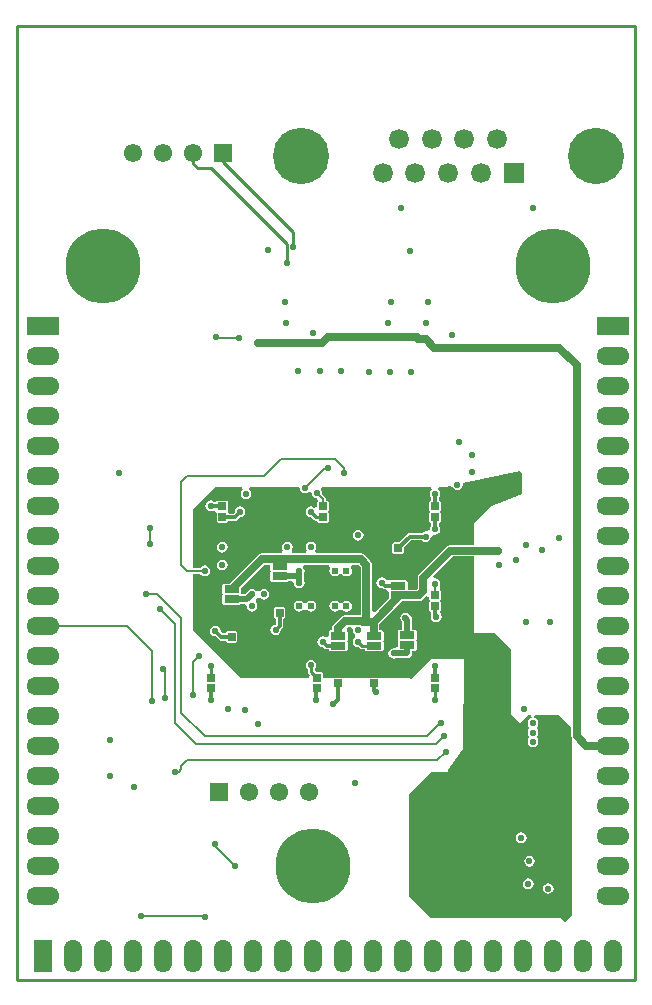
<source format=gbl>
G04 Layer_Physical_Order=4*
G04 Layer_Color=16711680*
%FSLAX25Y25*%
%MOIN*%
G70*
G01*
G75*
%ADD19R,0.02520X0.02520*%
%ADD21R,0.05000X0.02500*%
%ADD26C,0.02000*%
%ADD27C,0.02500*%
%ADD28C,0.00600*%
%ADD29C,0.00800*%
%ADD30C,0.01000*%
%ADD31C,0.01200*%
%ADD33R,0.06102X0.06102*%
%ADD34C,0.06102*%
%ADD35C,0.18740*%
%ADD36C,0.06653*%
%ADD37R,0.06653X0.06653*%
%ADD38C,0.25000*%
%ADD39O,0.11000X0.06000*%
%ADD40R,0.11000X0.06000*%
%ADD41O,0.06000X0.11000*%
%ADD42R,0.06000X0.11000*%
%ADD43C,0.02300*%
%ADD44C,0.02400*%
G36*
X446457Y266922D02*
Y259842D01*
X430315Y253543D01*
Y242831D01*
X422441D01*
X421719Y242688D01*
X421107Y242279D01*
X412052Y233224D01*
X411643Y232612D01*
X411500Y231890D01*
Y228340D01*
X411081Y227922D01*
X408252D01*
X408181Y228029D01*
Y230529D01*
X407991Y230988D01*
X407531Y231178D01*
X402531D01*
X402261Y231066D01*
X401871Y231040D01*
X401094Y231239D01*
X400868Y231577D01*
X400289Y231963D01*
X399606Y232099D01*
X398923Y231963D01*
X398345Y231577D01*
X397958Y230998D01*
X397822Y230315D01*
X397958Y229632D01*
X398345Y229053D01*
X398923Y228666D01*
X399606Y228531D01*
X399651Y228540D01*
X399777Y228414D01*
X400174Y228148D01*
X400642Y228055D01*
X401128D01*
X401882Y227285D01*
Y225022D01*
X397298Y220438D01*
X396374Y220821D01*
Y236221D01*
X396231Y236942D01*
X395822Y237554D01*
X393853Y239523D01*
X393242Y239932D01*
X392520Y240075D01*
X377830D01*
X377641Y240331D01*
X377387Y241075D01*
X377633Y241443D01*
X377768Y242126D01*
X377633Y242809D01*
X377246Y243388D01*
X376667Y243774D01*
X375984Y243910D01*
X375301Y243774D01*
X374723Y243388D01*
X374336Y242809D01*
X374200Y242126D01*
X374336Y241443D01*
X374582Y241075D01*
X374328Y240331D01*
X374139Y240075D01*
X369956D01*
X369767Y240331D01*
X369513Y241075D01*
X369759Y241443D01*
X369895Y242126D01*
X369759Y242809D01*
X369372Y243388D01*
X368793Y243774D01*
X368110Y243910D01*
X367427Y243774D01*
X366849Y243388D01*
X366462Y242809D01*
X366326Y242126D01*
X366462Y241443D01*
X366708Y241075D01*
X366454Y240331D01*
X366265Y240075D01*
X359697D01*
X358975Y239932D01*
X358364Y239523D01*
X348763Y229923D01*
X347031D01*
X346572Y229732D01*
X346382Y229273D01*
Y226773D01*
X346536Y226402D01*
X346382Y226030D01*
Y223530D01*
X346572Y223071D01*
X347031Y222881D01*
X352031D01*
X352491Y223071D01*
X352523Y223149D01*
X353636D01*
X354515Y222441D01*
X354651Y221758D01*
X355037Y221179D01*
X355616Y220793D01*
X356299Y220657D01*
X356982Y220793D01*
X357561Y221179D01*
X357948Y221758D01*
X358084Y222441D01*
X357948Y223124D01*
X357561Y223703D01*
X357532Y224711D01*
X357928Y225108D01*
X358975Y225116D01*
X359553Y224729D01*
X360236Y224594D01*
X360919Y224729D01*
X361498Y225116D01*
X361885Y225695D01*
X362020Y226378D01*
X361885Y227061D01*
X361498Y227640D01*
X360919Y228026D01*
X360236Y228162D01*
X359553Y228026D01*
X358975Y227640D01*
X358823Y227413D01*
X358813Y227409D01*
X357723D01*
X357712Y227413D01*
X357561Y227640D01*
X356982Y228026D01*
X356299Y228162D01*
X355616Y228026D01*
X355037Y227640D01*
X354651Y227061D01*
X354645Y227031D01*
X354026Y226411D01*
X352923D01*
X352681Y226773D01*
Y228505D01*
X360478Y236303D01*
X362382D01*
Y234529D01*
X362536Y234157D01*
X362382Y233785D01*
Y231285D01*
X362572Y230826D01*
X363032Y230636D01*
X368032D01*
X368491Y230826D01*
X368523Y230904D01*
X369779D01*
X370263Y230315D01*
X370399Y229632D01*
X370786Y229053D01*
X371364Y228666D01*
X372047Y228531D01*
X372730Y228666D01*
X373309Y229053D01*
X373696Y229632D01*
X373832Y230315D01*
X373696Y230998D01*
X373679Y231023D01*
Y233544D01*
X373696Y233569D01*
X373832Y234252D01*
X373696Y234935D01*
X373450Y235303D01*
X373704Y236047D01*
X373893Y236303D01*
X381953D01*
X382086Y236138D01*
X382396Y235303D01*
X382163Y234954D01*
X382023Y234252D01*
X382163Y233550D01*
X382560Y232954D01*
X383156Y232556D01*
X383858Y232417D01*
X384561Y232556D01*
X385156Y232954D01*
X385249Y233093D01*
X386405D01*
X386498Y232954D01*
X387093Y232556D01*
X387795Y232417D01*
X388498Y232556D01*
X389093Y232954D01*
X389491Y233550D01*
X389631Y234252D01*
X389491Y234954D01*
X389258Y235303D01*
X389568Y236138D01*
X389701Y236303D01*
X391738D01*
X392602Y235439D01*
Y219453D01*
X387252D01*
X386530Y219310D01*
X385918Y218901D01*
X383706Y216688D01*
X383297Y216076D01*
X383153Y215354D01*
Y214423D01*
X382531D01*
X382072Y214232D01*
X381882Y213773D01*
Y212536D01*
X381828Y212486D01*
X380882Y212093D01*
X380604Y212278D01*
X379921Y212414D01*
X379238Y212278D01*
X378660Y211892D01*
X378273Y211313D01*
X378137Y210630D01*
X378273Y209947D01*
X378660Y209368D01*
X379238Y208981D01*
X379921Y208846D01*
X379966Y208855D01*
X380406Y208415D01*
X380803Y208150D01*
X381271Y208056D01*
X381882D01*
Y208030D01*
X382072Y207571D01*
X382531Y207381D01*
X387531D01*
X387991Y207571D01*
X388181Y208030D01*
Y210530D01*
X388027Y210902D01*
X388181Y211273D01*
Y213773D01*
X387991Y214232D01*
X387854Y214755D01*
X388376Y215403D01*
X389475Y215379D01*
X389971Y214681D01*
X389948Y214567D01*
X390084Y213884D01*
X390471Y213305D01*
X390697Y213154D01*
X390701Y213143D01*
Y212054D01*
X390697Y212043D01*
X390471Y211892D01*
X390084Y211313D01*
X389948Y210630D01*
X390084Y209947D01*
X390471Y209368D01*
X391050Y208981D01*
X391732Y208846D01*
X391898Y208878D01*
X392289Y208487D01*
X392289Y208487D01*
X392653Y208244D01*
X393082Y208158D01*
X393882Y208030D01*
X394072Y207571D01*
X394531Y207381D01*
X399532D01*
X399991Y207571D01*
X400181Y208030D01*
Y210530D01*
X400027Y210902D01*
X400181Y211273D01*
Y213773D01*
X399991Y214232D01*
X399532Y214423D01*
X398737D01*
Y216542D01*
X406331Y224136D01*
X407531D01*
X407563Y224149D01*
X411862D01*
X412584Y224293D01*
X413196Y224702D01*
X414414Y225919D01*
X415414Y225505D01*
Y224961D01*
X415604Y224501D01*
X415604Y224318D01*
X415414Y223858D01*
Y221339D01*
X415604Y220879D01*
X416063Y220689D01*
X416099D01*
Y219627D01*
X416068Y219581D01*
X415932Y218898D01*
X416068Y218215D01*
X416455Y217636D01*
X417034Y217249D01*
X417717Y217113D01*
X418399Y217249D01*
X418978Y217636D01*
X419365Y218215D01*
X419501Y218898D01*
X419365Y219581D01*
X419182Y219855D01*
X419042Y220879D01*
X419232Y221339D01*
Y223858D01*
X419042Y224318D01*
X419042Y224501D01*
X419232Y224961D01*
Y227480D01*
X419042Y227940D01*
X418848Y229054D01*
X418971Y229239D01*
X419107Y229921D01*
X418971Y230604D01*
X418584Y231183D01*
X418006Y231570D01*
X417323Y231705D01*
X417274Y231696D01*
X416781Y232617D01*
X423222Y239059D01*
X430315D01*
Y214567D01*
X430224Y213386D01*
X437402D01*
X442520Y208268D01*
Y187795D01*
Y186614D01*
X445669Y183465D01*
X448425Y186221D01*
X449297D01*
X449533Y185221D01*
X449388Y185148D01*
X449317Y185113D01*
X449279Y185088D01*
X448738Y184726D01*
X448351Y184147D01*
X448216Y183465D01*
X448351Y182782D01*
X448472Y182601D01*
X448657Y181890D01*
X448472Y181178D01*
X448351Y180998D01*
X448216Y180315D01*
X448351Y179632D01*
X448472Y179452D01*
X448657Y178740D01*
X448472Y178029D01*
X448351Y177848D01*
X448216Y177165D01*
X448351Y176482D01*
X448738Y175904D01*
X449317Y175517D01*
X450000Y175381D01*
X450683Y175517D01*
X451262Y175904D01*
X451649Y176482D01*
X451784Y177165D01*
X451649Y177848D01*
X451528Y178029D01*
X451343Y178740D01*
X451528Y179452D01*
X451649Y179632D01*
X451784Y180315D01*
X451649Y180998D01*
X451528Y181178D01*
X451343Y181890D01*
X451528Y182601D01*
X451649Y182782D01*
X451784Y183465D01*
X451649Y184147D01*
X451262Y184726D01*
X450772Y185053D01*
X450683Y185113D01*
X450620Y185144D01*
X450467Y185221D01*
X450703Y186221D01*
X458661D01*
X462681Y182201D01*
Y179134D01*
X462824Y178412D01*
X462992Y178161D01*
Y136614D01*
Y119685D01*
X460630Y117323D01*
X459449Y118504D01*
X416142D01*
X411417Y123228D01*
X408661Y125984D01*
Y158268D01*
Y159843D01*
X414961Y166142D01*
X416142Y167323D01*
X421654D01*
Y167717D01*
X426772Y174803D01*
X427077Y204724D01*
X416142D01*
X409449Y198031D01*
X409055Y198425D01*
X398758D01*
X398751Y198443D01*
X398291Y198634D01*
X395772D01*
X395312Y198443D01*
X395305Y198425D01*
X386758D01*
X386751Y198443D01*
X386291Y198634D01*
X383772D01*
X383312Y198443D01*
X383305Y198425D01*
X379862D01*
Y199921D01*
X379672Y200380D01*
X379213Y200571D01*
X377630D01*
X377246Y201494D01*
X377633Y202073D01*
X377768Y202756D01*
X377633Y203439D01*
X377246Y204018D01*
X376667Y204404D01*
X375984Y204540D01*
X375301Y204404D01*
X374723Y204018D01*
X374336Y203439D01*
X374200Y202756D01*
X374336Y202073D01*
X374723Y201494D01*
X374863Y201401D01*
Y200630D01*
X374863Y200630D01*
X374948Y200201D01*
X375191Y199837D01*
X375603Y199425D01*
X375189Y198425D01*
X352756D01*
X338583Y212598D01*
X336614Y214567D01*
Y233334D01*
X339060D01*
X339289Y232990D01*
X339868Y232604D01*
X340551Y232468D01*
X341234Y232604D01*
X341813Y232990D01*
X342200Y233569D01*
X342336Y234252D01*
X342200Y234935D01*
X341813Y235514D01*
X341234Y235900D01*
X340551Y236036D01*
X339868Y235900D01*
X339289Y235514D01*
X339060Y235170D01*
X336614D01*
Y250000D01*
Y254724D01*
X342520Y260630D01*
X344094Y262205D01*
X352916D01*
X353220Y261205D01*
X353069Y261104D01*
X352682Y260525D01*
X352546Y259842D01*
X352682Y259160D01*
X353069Y258581D01*
X353648Y258194D01*
X354331Y258058D01*
X355013Y258194D01*
X355592Y258581D01*
X355979Y259160D01*
X356115Y259842D01*
X355979Y260525D01*
X355592Y261104D01*
X355442Y261205D01*
X355745Y262205D01*
X371908D01*
X372232Y261811D01*
X372367Y261128D01*
X372754Y260549D01*
X373333Y260163D01*
X374016Y260027D01*
X374699Y260163D01*
X375201Y260498D01*
X375719Y260358D01*
X376192Y260118D01*
X376304Y259553D01*
X376691Y258975D01*
X377270Y258588D01*
X377953Y258452D01*
X378203Y257496D01*
X378202Y257467D01*
X378012Y257008D01*
Y255798D01*
X377816Y255644D01*
X377012Y255355D01*
X376667Y255586D01*
X375984Y255721D01*
X375301Y255586D01*
X374723Y255199D01*
X374336Y254620D01*
X374200Y253937D01*
X374336Y253254D01*
X374723Y252675D01*
X375301Y252289D01*
X375984Y252153D01*
X376150Y252186D01*
X377002Y251333D01*
X377002Y251333D01*
X377366Y251090D01*
X377795Y251004D01*
X378012Y250866D01*
X378202Y250407D01*
X378661Y250217D01*
X381181D01*
X381640Y250407D01*
X381831Y250866D01*
Y253386D01*
X381667Y253937D01*
X381831Y254488D01*
Y257008D01*
X381640Y257467D01*
X381181Y257657D01*
X380941D01*
Y258268D01*
X380863Y258658D01*
X380642Y258989D01*
X379680Y259951D01*
X379737Y260236D01*
X379601Y260919D01*
X379410Y261205D01*
X379792Y262137D01*
X379853Y262205D01*
X415908D01*
X416212Y261205D01*
X416061Y261104D01*
X415674Y260525D01*
X415539Y259842D01*
X415674Y259160D01*
X416021Y258640D01*
X416036Y258292D01*
X415979Y257623D01*
X415604Y257467D01*
X415414Y257008D01*
Y254488D01*
X415604Y254029D01*
X415604Y253845D01*
X415414Y253386D01*
Y250866D01*
X415604Y250407D01*
X415979Y250252D01*
X416036Y249582D01*
X416021Y249234D01*
X415674Y248714D01*
X415539Y248031D01*
X415332Y247816D01*
X414653Y247358D01*
X414173Y247454D01*
X413490Y247318D01*
X412912Y246931D01*
X412886Y246893D01*
X408854D01*
X408386Y246800D01*
X407989Y246534D01*
X405210Y243756D01*
X403772D01*
X403312Y243566D01*
X403122Y243106D01*
Y240587D01*
X403312Y240127D01*
X403772Y239937D01*
X406291D01*
X406751Y240127D01*
X406941Y240587D01*
Y242025D01*
X409361Y244446D01*
X412886D01*
X412912Y244408D01*
X413490Y244021D01*
X414173Y243885D01*
X414856Y244021D01*
X415435Y244408D01*
X415822Y244987D01*
X415957Y245669D01*
X416164Y245885D01*
X416843Y246343D01*
X417323Y246247D01*
X418006Y246383D01*
X418584Y246770D01*
X418971Y247349D01*
X419107Y248031D01*
X418971Y248714D01*
X418624Y249234D01*
X418610Y249582D01*
X418667Y250252D01*
X419042Y250407D01*
X419232Y250866D01*
Y253386D01*
X419042Y253845D01*
X419042Y254029D01*
X419232Y254488D01*
Y257008D01*
X419042Y257467D01*
X418667Y257623D01*
X418610Y258292D01*
X418624Y258640D01*
X418971Y259160D01*
X419107Y259842D01*
X418971Y260525D01*
X418584Y261104D01*
X418434Y261205D01*
X418737Y262205D01*
X420472D01*
X422622Y262661D01*
X423155Y262309D01*
X423541Y261731D01*
X424120Y261344D01*
X424803Y261208D01*
X425486Y261344D01*
X426065Y261731D01*
X426452Y262309D01*
X426587Y262992D01*
X426490Y263481D01*
X445680Y267552D01*
X446457Y266922D01*
D02*
G37*
%LPC*%
G36*
X446063Y147060D02*
X445380Y146924D01*
X444801Y146537D01*
X444415Y145958D01*
X444279Y145276D01*
X444415Y144593D01*
X444801Y144014D01*
X445380Y143627D01*
X446063Y143491D01*
X446746Y143627D01*
X447325Y144014D01*
X447711Y144593D01*
X447847Y145276D01*
X447711Y145958D01*
X447325Y146537D01*
X446746Y146924D01*
X446063Y147060D01*
D02*
G37*
G36*
X407480Y220288D02*
X406798Y220152D01*
X406219Y219766D01*
X405832Y219187D01*
X405696Y218504D01*
X405832Y217821D01*
X406219Y217242D01*
X406400Y217121D01*
Y214678D01*
X405532D01*
X405072Y214488D01*
X404882Y214029D01*
Y211529D01*
X405036Y211157D01*
X404882Y210785D01*
Y209044D01*
X404819Y208976D01*
X403882Y208410D01*
X403543Y208477D01*
X402860Y208341D01*
X402282Y207955D01*
X401895Y207376D01*
X401759Y206693D01*
X401895Y206010D01*
X402282Y205431D01*
X402860Y205045D01*
X403543Y204909D01*
X404226Y205045D01*
X404252Y205062D01*
X408032D01*
X408656Y205186D01*
X409185Y205539D01*
X409539Y206069D01*
X409663Y206693D01*
Y207636D01*
X410532D01*
X410991Y207826D01*
X411181Y208285D01*
Y210785D01*
X411027Y211157D01*
X411181Y211529D01*
Y214029D01*
X410991Y214488D01*
X410532Y214678D01*
X409663D01*
Y217953D01*
X409539Y218577D01*
X409185Y219106D01*
X409135Y219157D01*
X409129Y219187D01*
X408742Y219766D01*
X408163Y220152D01*
X407480Y220288D01*
D02*
G37*
G36*
X344094Y215957D02*
X343412Y215822D01*
X342833Y215435D01*
X342446Y214856D01*
X342310Y214173D01*
X342446Y213490D01*
X342833Y212912D01*
X343412Y212525D01*
X344094Y212389D01*
X344140Y212398D01*
X345178Y211359D01*
X345575Y211094D01*
X346043Y211001D01*
X347622D01*
Y210965D01*
X347812Y210505D01*
X348272Y210315D01*
X350791D01*
X351251Y210505D01*
X351441Y210965D01*
Y213484D01*
X351251Y213944D01*
X350791Y214134D01*
X348272D01*
X347812Y213944D01*
X347622Y213484D01*
Y213448D01*
X346550D01*
X345870Y214128D01*
X345879Y214173D01*
X345743Y214856D01*
X345356Y215435D01*
X344777Y215822D01*
X344094Y215957D01*
D02*
G37*
G36*
X455118Y130131D02*
X454435Y129995D01*
X453856Y129608D01*
X453470Y129029D01*
X453334Y128347D01*
X453470Y127664D01*
X453856Y127085D01*
X454435Y126698D01*
X455118Y126562D01*
X455801Y126698D01*
X456380Y127085D01*
X456767Y127664D01*
X456902Y128347D01*
X456767Y129029D01*
X456380Y129608D01*
X455801Y129995D01*
X455118Y130131D01*
D02*
G37*
G36*
X448425Y131705D02*
X447742Y131570D01*
X447163Y131183D01*
X446777Y130604D01*
X446641Y129921D01*
X446777Y129238D01*
X447163Y128660D01*
X447742Y128273D01*
X448425Y128137D01*
X449108Y128273D01*
X449687Y128660D01*
X450074Y129238D01*
X450210Y129921D01*
X450074Y130604D01*
X449687Y131183D01*
X449108Y131570D01*
X448425Y131705D01*
D02*
G37*
G36*
X448819Y139186D02*
X448136Y139050D01*
X447557Y138663D01*
X447170Y138084D01*
X447035Y137402D01*
X447170Y136719D01*
X447557Y136140D01*
X448136Y135753D01*
X448819Y135617D01*
X449502Y135753D01*
X450081Y136140D01*
X450467Y136719D01*
X450603Y137402D01*
X450467Y138084D01*
X450081Y138663D01*
X449502Y139050D01*
X448819Y139186D01*
D02*
G37*
G36*
X366791Y222134D02*
X364272D01*
X363812Y221943D01*
X363622Y221484D01*
Y218965D01*
X363812Y218505D01*
X364272Y218315D01*
X364308D01*
Y217320D01*
X364173Y216351D01*
X363490Y216215D01*
X362912Y215829D01*
X362525Y215250D01*
X362389Y214567D01*
X362525Y213884D01*
X362912Y213305D01*
X363490Y212918D01*
X364173Y212783D01*
X364856Y212918D01*
X365435Y213305D01*
X365822Y213884D01*
X365957Y214567D01*
X365949Y214612D01*
X366397Y215060D01*
X366662Y215457D01*
X366755Y215925D01*
Y218315D01*
X366791D01*
X367251Y218505D01*
X367441Y218965D01*
Y221484D01*
X367251Y221943D01*
X366791Y222134D01*
D02*
G37*
G36*
X346457Y243910D02*
X345774Y243774D01*
X345195Y243388D01*
X344808Y242809D01*
X344672Y242126D01*
X344808Y241443D01*
X345195Y240864D01*
X345774Y240477D01*
X346457Y240342D01*
X347140Y240477D01*
X347718Y240864D01*
X348105Y241443D01*
X348241Y242126D01*
X348105Y242809D01*
X347718Y243388D01*
X347140Y243774D01*
X346457Y243910D01*
D02*
G37*
G36*
X391732Y247847D02*
X391050Y247711D01*
X390471Y247325D01*
X390084Y246746D01*
X389948Y246063D01*
X390084Y245380D01*
X390471Y244801D01*
X391050Y244414D01*
X391732Y244279D01*
X392415Y244414D01*
X392994Y244801D01*
X393381Y245380D01*
X393517Y246063D01*
X393381Y246746D01*
X392994Y247325D01*
X392415Y247711D01*
X391732Y247847D01*
D02*
G37*
G36*
X342520Y257690D02*
X341837Y257554D01*
X341258Y257167D01*
X340871Y256588D01*
X340735Y255906D01*
X340871Y255223D01*
X341258Y254644D01*
X341837Y254257D01*
X342520Y254121D01*
X343202Y254257D01*
X343221Y254270D01*
X343871Y254140D01*
X344547Y253386D01*
Y250866D01*
X344738Y250407D01*
X345197Y250217D01*
X347716D01*
X348176Y250407D01*
X348366Y250866D01*
Y250903D01*
X350551D01*
X351019Y250996D01*
X351416Y251261D01*
X352317Y252162D01*
X352362Y252153D01*
X353045Y252289D01*
X353624Y252675D01*
X354011Y253254D01*
X354147Y253937D01*
X354011Y254620D01*
X353624Y255199D01*
X353045Y255586D01*
X352362Y255721D01*
X351679Y255586D01*
X351100Y255199D01*
X350714Y254620D01*
X350578Y253937D01*
X349838Y253349D01*
X348803D01*
X348309Y254296D01*
X348366Y254488D01*
Y257008D01*
X348176Y257467D01*
X347716Y257657D01*
X345197D01*
X344738Y257467D01*
X344511Y257396D01*
X343623Y257273D01*
X343202Y257554D01*
X342520Y257690D01*
D02*
G37*
G36*
X375984Y224276D02*
X375282Y224136D01*
X374687Y223739D01*
X374594Y223600D01*
X373438D01*
X373345Y223739D01*
X372750Y224136D01*
X372047Y224276D01*
X371345Y224136D01*
X370749Y223739D01*
X370352Y223143D01*
X370212Y222441D01*
X370352Y221739D01*
X370749Y221143D01*
X371345Y220745D01*
X372047Y220606D01*
X372750Y220745D01*
X373345Y221143D01*
X373438Y221282D01*
X374594D01*
X374687Y221143D01*
X375282Y220745D01*
X375984Y220606D01*
X376687Y220745D01*
X377282Y221143D01*
X377680Y221739D01*
X377819Y222441D01*
X377680Y223143D01*
X377282Y223739D01*
X376687Y224136D01*
X375984Y224276D01*
D02*
G37*
G36*
X387795D02*
X387093Y224136D01*
X386498Y223739D01*
X386405Y223600D01*
X385249D01*
X385156Y223739D01*
X384561Y224136D01*
X383858Y224276D01*
X383156Y224136D01*
X382560Y223739D01*
X382163Y223143D01*
X382023Y222441D01*
X382163Y221739D01*
X382560Y221143D01*
X383156Y220745D01*
X383858Y220606D01*
X384561Y220745D01*
X385156Y221143D01*
X385249Y221282D01*
X386405D01*
X386498Y221143D01*
X387093Y220745D01*
X387795Y220606D01*
X388498Y220745D01*
X389093Y221143D01*
X389491Y221739D01*
X389631Y222441D01*
X389491Y223143D01*
X389093Y223739D01*
X388498Y224136D01*
X387795Y224276D01*
D02*
G37*
G36*
X346457Y238005D02*
X345774Y237869D01*
X345195Y237482D01*
X344808Y236903D01*
X344672Y236221D01*
X344808Y235538D01*
X345195Y234959D01*
X345774Y234572D01*
X346457Y234436D01*
X347140Y234572D01*
X347718Y234959D01*
X348105Y235538D01*
X348241Y236221D01*
X348105Y236903D01*
X347718Y237482D01*
X347140Y237869D01*
X346457Y238005D01*
D02*
G37*
%LPD*%
D19*
X365531Y223847D02*
D03*
Y220224D02*
D03*
X349532Y215846D02*
D03*
Y212224D02*
D03*
X397031Y200346D02*
D03*
Y196724D02*
D03*
X385032Y200346D02*
D03*
Y196724D02*
D03*
X405031Y238224D02*
D03*
Y241846D02*
D03*
X346457Y252126D02*
D03*
Y255748D02*
D03*
X417323Y222598D02*
D03*
Y226220D02*
D03*
X377953Y198661D02*
D03*
Y195039D02*
D03*
X379921Y252126D02*
D03*
Y255748D02*
D03*
X417323Y252126D02*
D03*
Y255748D02*
D03*
Y195039D02*
D03*
Y198661D02*
D03*
X342520Y198661D02*
D03*
Y195039D02*
D03*
D21*
X385032Y206035D02*
D03*
Y209280D02*
D03*
Y212523D02*
D03*
X349532Y221535D02*
D03*
Y224780D02*
D03*
Y228023D02*
D03*
X397031Y206035D02*
D03*
Y209280D02*
D03*
Y212523D02*
D03*
X365531Y229291D02*
D03*
Y232535D02*
D03*
Y235779D02*
D03*
X405031Y232523D02*
D03*
Y229279D02*
D03*
Y226035D02*
D03*
X408032Y209535D02*
D03*
Y212779D02*
D03*
D26*
X385032Y201575D02*
X396638D01*
X403543Y206693D02*
X408032D01*
Y209535D01*
X354701Y224780D02*
X356299Y226378D01*
X355217Y215846D02*
X362992Y223622D01*
X349532Y215846D02*
X355217D01*
X349532Y224780D02*
X354701D01*
X362992Y223622D02*
X365307D01*
X407480Y218504D02*
X408032Y217953D01*
Y212779D02*
Y217953D01*
X382677Y201575D02*
X385032D01*
X396638D02*
X397031Y201969D01*
X377953Y206299D02*
X382677Y201575D01*
X372441Y206299D02*
X377953D01*
X369291Y209449D02*
X372441Y206299D01*
X369291Y209449D02*
Y221237D01*
X369247Y221281D02*
X369291Y221237D01*
X369247Y221281D02*
Y223272D01*
X368673Y223847D02*
X369247Y223272D01*
X365531Y223847D02*
X368673D01*
X365307Y223622D02*
X365531Y223847D01*
X372047Y232677D02*
Y234252D01*
Y230315D02*
Y232677D01*
X371905Y232535D02*
X372047Y232677D01*
X365531Y232535D02*
X371905D01*
D27*
X442520Y264173D02*
X443307Y264961D01*
X425984Y247638D02*
X442520Y264173D01*
X358268Y310236D02*
X361417D01*
X379528D01*
X381496Y312205D01*
X408268D01*
X411417D01*
Y311811D02*
Y312205D01*
Y311811D02*
X411811Y311417D01*
X414173D01*
X416929Y308661D01*
X458661D01*
X464567Y302756D01*
Y179134D02*
Y302756D01*
Y179134D02*
X467701Y176000D01*
X476500D01*
X405031Y236614D02*
X412598D01*
X405031Y232523D02*
Y236614D01*
X412598D02*
X423622Y247638D01*
X422441Y240945D02*
X435433D01*
X413386Y231890D02*
X422441Y240945D01*
X413386Y227559D02*
Y231890D01*
X423622Y247638D02*
X425984D01*
X394488Y217323D02*
Y236221D01*
X415748Y207087D02*
X433071D01*
X409008Y200346D02*
X415748Y207087D01*
X397031Y200346D02*
X409008D01*
X405031Y226035D02*
X411862D01*
X359697Y238189D02*
X392520D01*
X394488Y217323D02*
X396850D01*
X393219D02*
X394488D01*
X392520Y238189D02*
X394488Y236221D01*
X435433Y240945D02*
X438189D01*
X411862Y226035D02*
X413386Y227559D01*
X405031Y225504D02*
Y226035D01*
X396850Y217323D02*
X405031Y225504D01*
X396850Y212704D02*
X397031Y212523D01*
X396850Y212704D02*
Y217323D01*
X392975Y217567D02*
X393219Y217323D01*
X387252Y217567D02*
X392975D01*
X385039Y215354D02*
X387252Y217567D01*
X385039Y212531D02*
Y215354D01*
X385032Y212523D02*
X385039Y212531D01*
X349532Y228023D02*
X359697Y238189D01*
D28*
X336614Y203740D02*
X338583Y205709D01*
X336614Y192913D02*
Y203740D01*
X320866Y226378D02*
X324803D01*
X332677Y218504D01*
Y187008D02*
Y218504D01*
Y187008D02*
X340551Y179134D01*
X325787Y221457D02*
X330709Y216535D01*
Y183465D02*
Y216535D01*
Y183465D02*
X337795Y176378D01*
X326772Y201575D02*
X327165Y201181D01*
Y191732D02*
Y201181D01*
X340551Y179134D02*
X414567D01*
X418898Y183465D01*
X419291D01*
X337795Y176378D02*
X417717D01*
X420472Y179134D01*
X387008Y266929D02*
Y268504D01*
X383858Y271654D02*
X387008Y268504D01*
X366142Y271654D02*
X383858D01*
X360236Y265748D02*
X366142Y271654D01*
X334646Y265748D02*
X360236D01*
X332677Y263779D02*
X334646Y265748D01*
X332677Y236221D02*
Y263779D01*
Y236221D02*
X334646Y234252D01*
X340551D01*
X374016Y261811D02*
X380709Y268504D01*
X344488Y312205D02*
X344882Y311811D01*
X351969D01*
X380709Y268504D02*
X381496D01*
X322441Y243307D02*
Y248425D01*
X340158Y119291D02*
X340551Y118898D01*
X319291Y119291D02*
X340158D01*
D29*
X334646Y171260D02*
X418110D01*
X332677Y169291D02*
X334646Y171260D01*
X418110D02*
X420866Y174016D01*
X322835Y190945D02*
Y207677D01*
X314512Y216000D02*
X322835Y207677D01*
X286500Y216000D02*
X314512D01*
X377953Y260236D02*
X379921Y258268D01*
Y255748D02*
Y258268D01*
X344094Y142520D02*
Y143307D01*
Y142520D02*
X350787Y135827D01*
X330709Y167323D02*
X331890D01*
X332677Y168110D01*
Y169291D01*
X417323Y226220D02*
Y229921D01*
D30*
X336772Y369921D02*
Y373622D01*
Y369921D02*
X338189Y368504D01*
X342520D01*
X367829Y343195D01*
Y337289D02*
Y343195D01*
Y337289D02*
X368110Y337008D01*
X346772Y370551D02*
Y373622D01*
Y370551D02*
X370079Y347244D01*
Y342126D02*
Y347244D01*
X417323Y191339D02*
Y195039D01*
X342520Y202362D02*
X342520Y202362D01*
X342520Y198661D02*
Y202362D01*
X391732Y210630D02*
X393082Y209280D01*
X397031D01*
X375984Y200630D02*
Y202756D01*
Y253937D02*
X377795Y252126D01*
X379921D01*
X365531Y223847D02*
Y229291D01*
X375984Y200630D02*
X377953Y198661D01*
X278000Y98000D02*
X484000D01*
Y416000D01*
X278000D02*
X484000D01*
X278000Y98000D02*
Y416000D01*
D31*
X405031Y236614D02*
Y238224D01*
X408854Y245669D02*
X414173D01*
X417323Y248031D02*
Y252126D01*
X397031Y194307D02*
X397638Y193701D01*
X397031Y194307D02*
Y196724D01*
X383465Y189764D02*
X385032Y191331D01*
Y196724D01*
X377559Y191339D02*
Y194646D01*
X377953Y195039D01*
X344094Y214173D02*
X346043Y212224D01*
X349532D01*
X364173Y214567D02*
X365531Y215925D01*
Y220224D01*
X417323Y219291D02*
X417717Y218898D01*
X417323Y219291D02*
Y222598D01*
X397031Y201969D02*
Y206035D01*
Y200346D02*
Y201969D01*
X385032Y201575D02*
Y206035D01*
Y200346D02*
Y201575D01*
X379921Y210630D02*
X381271Y209280D01*
X385032D01*
X417323Y255748D02*
Y259842D01*
X405031Y241846D02*
X408854Y245669D01*
X342520Y255906D02*
X342677Y255748D01*
X346457D01*
X350551Y252126D02*
X352362Y253937D01*
X346457Y252126D02*
X350551D01*
X417323Y198661D02*
Y202362D01*
X342520Y191339D02*
X342520Y191339D01*
X342520Y191339D02*
Y195039D01*
X399606Y230315D02*
X400642Y229279D01*
X405031D01*
X349532Y215846D02*
Y221535D01*
D33*
X346772Y373622D02*
D03*
X345158Y160433D02*
D03*
D34*
X336772Y373622D02*
D03*
X326772D02*
D03*
X316772D02*
D03*
X375157Y160433D02*
D03*
X365158D02*
D03*
X355157D02*
D03*
D35*
X372496Y372590D02*
D03*
X470882D02*
D03*
D36*
X399878Y367000D02*
D03*
X416236Y378181D02*
D03*
X421689Y367000D02*
D03*
X438047Y378181D02*
D03*
X410783Y367000D02*
D03*
X427142Y378181D02*
D03*
X432594Y367000D02*
D03*
X405331Y378181D02*
D03*
D37*
X443500Y367000D02*
D03*
D38*
X456500Y336000D02*
D03*
X306500D02*
D03*
X376500Y136000D02*
D03*
D39*
X476500Y126000D02*
D03*
Y136000D02*
D03*
Y146000D02*
D03*
Y156000D02*
D03*
Y166000D02*
D03*
Y176000D02*
D03*
Y186000D02*
D03*
Y196000D02*
D03*
Y206000D02*
D03*
Y216000D02*
D03*
Y226000D02*
D03*
Y236000D02*
D03*
Y246000D02*
D03*
Y256000D02*
D03*
Y266000D02*
D03*
Y276000D02*
D03*
Y286000D02*
D03*
Y296000D02*
D03*
Y306000D02*
D03*
X286500Y126000D02*
D03*
Y136000D02*
D03*
Y146000D02*
D03*
Y156000D02*
D03*
Y166000D02*
D03*
Y176000D02*
D03*
Y186000D02*
D03*
Y196000D02*
D03*
Y206000D02*
D03*
Y216000D02*
D03*
Y226000D02*
D03*
Y236000D02*
D03*
Y246000D02*
D03*
Y256000D02*
D03*
Y266000D02*
D03*
Y276000D02*
D03*
Y286000D02*
D03*
Y296000D02*
D03*
Y306000D02*
D03*
D40*
X476500Y316000D02*
D03*
X286500D02*
D03*
D41*
X476500Y106000D02*
D03*
X466500D02*
D03*
X456500D02*
D03*
X446500D02*
D03*
X436500D02*
D03*
X426500D02*
D03*
X416500D02*
D03*
X406500D02*
D03*
X396500D02*
D03*
X386500D02*
D03*
X376500D02*
D03*
X366500D02*
D03*
X356500D02*
D03*
X346500D02*
D03*
X336500D02*
D03*
X326500D02*
D03*
X316500D02*
D03*
X306500D02*
D03*
X296500D02*
D03*
D42*
X286500D02*
D03*
D43*
X444488Y237795D02*
D03*
X322835Y190945D02*
D03*
X336614Y192913D02*
D03*
X320866Y226378D02*
D03*
X325787Y221457D02*
D03*
X338583Y205709D02*
D03*
X326772Y201575D02*
D03*
X327165Y191732D02*
D03*
X419291Y183465D02*
D03*
X420472Y179134D02*
D03*
X370079Y342126D02*
D03*
X368110Y337008D02*
D03*
X367717Y317000D02*
D03*
X367323Y324016D02*
D03*
X442520Y264173D02*
D03*
X443307Y261024D02*
D03*
X445276Y263386D02*
D03*
X358268Y310236D02*
D03*
X361417D02*
D03*
X408268Y312205D02*
D03*
X411417D02*
D03*
X414173Y245669D02*
D03*
X429528Y272835D02*
D03*
Y267323D02*
D03*
X417323Y248031D02*
D03*
X446850Y188189D02*
D03*
X403543Y206693D02*
D03*
X374016Y261811D02*
D03*
X377953Y260236D02*
D03*
X340551Y234252D02*
D03*
X356299Y226378D02*
D03*
Y222441D02*
D03*
X360236Y226378D02*
D03*
X450000Y355118D02*
D03*
X344094Y143307D02*
D03*
X350787Y135827D02*
D03*
X397638Y193701D02*
D03*
X383465Y189764D02*
D03*
X377559Y191339D02*
D03*
X344094Y214173D02*
D03*
X364173Y214567D02*
D03*
X344488Y312205D02*
D03*
X351969Y311811D02*
D03*
X330709Y167323D02*
D03*
X420866Y174016D02*
D03*
X407480Y218504D02*
D03*
X417717Y218898D02*
D03*
X417323Y229921D02*
D03*
X379921Y210630D02*
D03*
X458661Y245276D02*
D03*
X453150Y241339D02*
D03*
X447638Y242913D02*
D03*
X424803Y262992D02*
D03*
X425197Y277165D02*
D03*
X417323Y259842D02*
D03*
X342520Y255906D02*
D03*
X417323Y191339D02*
D03*
Y202362D02*
D03*
X342520Y191339D02*
D03*
Y202362D02*
D03*
X348425Y188189D02*
D03*
X353937Y187795D02*
D03*
X358268Y183071D02*
D03*
X405905Y355118D02*
D03*
X361811Y341339D02*
D03*
X376772Y313386D02*
D03*
X422835Y312992D02*
D03*
X414173Y316929D02*
D03*
X414961Y324016D02*
D03*
X402756D02*
D03*
X401575Y316929D02*
D03*
X409055Y340945D02*
D03*
X352362Y253937D02*
D03*
X354331Y259842D02*
D03*
X346457Y242126D02*
D03*
X322441Y248425D02*
D03*
Y243307D02*
D03*
X399606Y230315D02*
D03*
X368110Y242126D02*
D03*
X375984D02*
D03*
X372047Y234252D02*
D03*
X391732Y246063D02*
D03*
X309055Y177953D02*
D03*
X316929Y162205D02*
D03*
X309055Y165748D02*
D03*
X448819Y137402D02*
D03*
X446063Y145276D02*
D03*
X448425Y129921D02*
D03*
X455118Y128347D02*
D03*
X450000Y180315D02*
D03*
Y177165D02*
D03*
Y183465D02*
D03*
X447638Y217323D02*
D03*
X455512D02*
D03*
X438583Y236221D02*
D03*
X438189Y240945D02*
D03*
X435433D02*
D03*
X391732Y214567D02*
D03*
Y210630D02*
D03*
X319291Y119291D02*
D03*
X340551Y118898D02*
D03*
X375984Y202756D02*
D03*
X371654Y300787D02*
D03*
X379134D02*
D03*
X385827D02*
D03*
X395276Y300394D02*
D03*
X402362D02*
D03*
X409449D02*
D03*
X381496Y268504D02*
D03*
X387008Y266929D02*
D03*
X375984Y253937D02*
D03*
X346457Y236221D02*
D03*
X372047Y230315D02*
D03*
X312008Y266732D02*
D03*
X390748Y163386D02*
D03*
D44*
X438976Y190945D02*
D03*
X431102D02*
D03*
Y202756D02*
D03*
X438976D02*
D03*
X433071Y179134D02*
D03*
X438976D02*
D03*
X429134Y165354D02*
D03*
X433071Y133858D02*
D03*
X437008Y147638D02*
D03*
X421260Y143701D02*
D03*
X429134D02*
D03*
Y151575D02*
D03*
X421260D02*
D03*
Y159449D02*
D03*
X429134D02*
D03*
Y171260D02*
D03*
X438976D02*
D03*
X448819D02*
D03*
Y159449D02*
D03*
X383858Y234252D02*
D03*
X387795D02*
D03*
X383858Y222441D02*
D03*
X387795D02*
D03*
X372047D02*
D03*
X375984D02*
D03*
M02*

</source>
